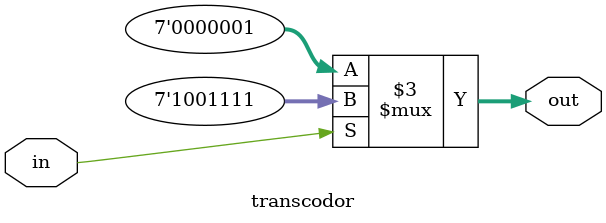
<source format=v>
module transcodor(input in, output reg[6:0] out);
	always@(in) begin
		if (in) begin
			out <= 7'b1001111;
		end
		else begin
			out <= 7'b0000001;
		end
	end
endmodule
</source>
